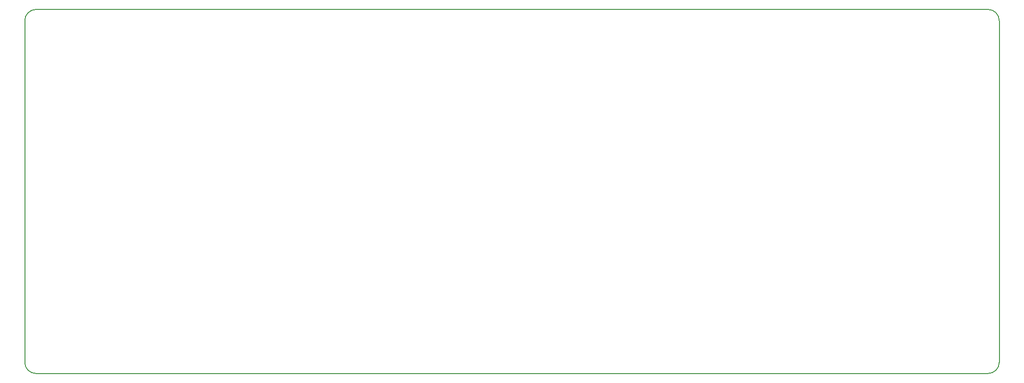
<source format=gbr>
G04 #@! TF.FileFunction,Profile,NP*
%FSLAX46Y46*%
G04 Gerber Fmt 4.6, Leading zero omitted, Abs format (unit mm)*
G04 Created by KiCad (PCBNEW 4.0.6-e0-6349~53~ubuntu14.04.1) date Sat Apr  1 17:04:13 2017*
%MOMM*%
%LPD*%
G01*
G04 APERTURE LIST*
%ADD10C,0.100000*%
%ADD11C,0.150000*%
G04 APERTURE END LIST*
D10*
D11*
X226000000Y-75500000D02*
G75*
G03X224000000Y-73500000I-2000000J0D01*
G01*
X53000000Y-73500000D02*
X224000000Y-73500000D01*
X226000000Y-137000000D02*
X226000000Y-75500000D01*
X226000000Y-137000000D02*
G75*
G02X224000000Y-139000000I-2000000J0D01*
G01*
X53000000Y-139000000D02*
X224000000Y-139000000D01*
X53000000Y-73500000D02*
G75*
G03X51000000Y-75500000I0J-2000000D01*
G01*
X51000000Y-137000000D02*
G75*
G03X53000000Y-139000000I2000000J0D01*
G01*
X51000000Y-75500000D02*
X51000000Y-137000000D01*
M02*

</source>
